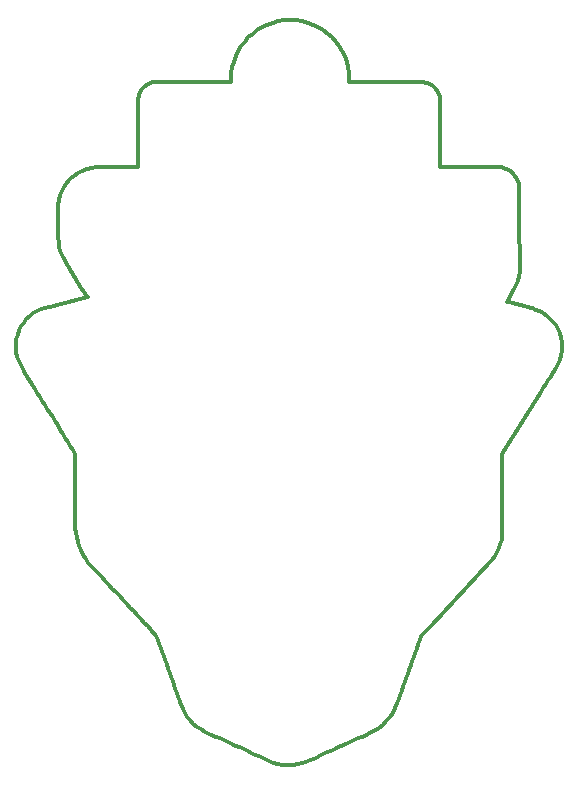
<source format=gbr>
%TF.GenerationSoftware,KiCad,Pcbnew,8.0.1*%
%TF.CreationDate,2024-05-14T10:47:47-06:00*%
%TF.ProjectId,Badge Balam,42616467-6520-4426-916c-616d2e6b6963,rev?*%
%TF.SameCoordinates,Original*%
%TF.FileFunction,Profile,NP*%
%FSLAX46Y46*%
G04 Gerber Fmt 4.6, Leading zero omitted, Abs format (unit mm)*
G04 Created by KiCad (PCBNEW 8.0.1) date 2024-05-14 10:47:47*
%MOMM*%
%LPD*%
G01*
G04 APERTURE LIST*
%ADD10C,0.350000*%
%TA.AperFunction,Profile*%
%ADD11C,0.350000*%
%TD*%
G04 APERTURE END LIST*
D10*
X133857234Y-92044759D02*
X134168315Y-92368811D01*
X134478312Y-92692529D01*
X134787184Y-93015870D01*
X135094890Y-93338790D01*
X135401385Y-93661246D01*
X135706630Y-93983194D01*
X136010582Y-94304591D01*
X136313199Y-94625393D01*
X136614440Y-94945558D01*
X136914262Y-95265041D01*
X137212623Y-95583800D01*
X137509482Y-95901790D01*
X137804797Y-96218969D01*
X138098525Y-96535293D01*
X138390626Y-96850719D01*
X138681057Y-97165204D01*
X154353830Y-107194566D02*
X154759137Y-107006839D01*
X155145211Y-106828928D01*
X155513715Y-106660084D01*
X155866313Y-106499560D01*
X156204667Y-106346611D01*
X156530441Y-106200488D01*
X156922502Y-106026298D01*
X157150903Y-105925737D01*
D11*
X168423255Y-88744702D02*
X168423255Y-82303062D01*
D10*
X141146367Y-103340193D02*
X141188398Y-103459738D01*
X129724498Y-69893828D02*
X129360156Y-70011836D01*
X129014926Y-70168945D01*
X128691579Y-70362785D01*
X128392882Y-70590986D01*
X128121606Y-70851177D01*
X127880521Y-71140990D01*
X127672396Y-71458054D01*
X127500000Y-71800000D01*
X159516995Y-103391870D02*
X159533876Y-103345361D01*
X169414754Y-68330788D02*
X169596861Y-67975955D01*
X169735057Y-67603726D01*
X169828261Y-67218169D01*
X169875391Y-66823351D01*
X169881220Y-66595149D01*
D11*
X132275936Y-82272745D02*
X132275936Y-84022165D01*
X169881220Y-66595149D02*
X169842979Y-62347454D01*
X137538836Y-57962085D02*
X134407933Y-57962085D01*
X172544623Y-75661607D02*
X172975260Y-74965698D01*
D10*
X132767895Y-68212277D02*
X132963232Y-68512345D01*
X167319102Y-91534196D02*
X167568326Y-91245902D01*
X167788119Y-90934587D01*
X167977310Y-90603135D01*
X168134728Y-90254428D01*
X168259202Y-89891349D01*
X168349562Y-89516780D01*
X168404636Y-89133603D01*
X168423255Y-88744702D01*
X145457904Y-50537624D02*
X145468670Y-50749799D01*
D11*
X127956130Y-75325366D02*
X128818438Y-76724419D01*
X166213141Y-57962085D02*
X163160097Y-57962085D01*
D10*
X155457897Y-50537624D02*
X155432083Y-50026400D01*
X155356316Y-49529944D01*
X155233110Y-49050769D01*
X155064978Y-48591389D01*
X154854433Y-48154316D01*
X154603988Y-47742064D01*
X154316156Y-47357146D01*
X153993451Y-47002075D01*
X153638385Y-46679365D01*
X153253473Y-46391529D01*
X152841226Y-46141080D01*
X152404159Y-45930531D01*
X151944783Y-45762396D01*
X151465614Y-45639188D01*
X150969163Y-45563420D01*
X150457944Y-45537606D01*
X152933073Y-107832942D02*
X153269163Y-107680092D01*
X153606416Y-107527405D01*
X153945220Y-107375557D01*
X154285962Y-107225227D01*
X162401573Y-96799680D02*
X162438436Y-96760405D01*
D11*
X138681057Y-97165204D02*
X139130298Y-97645106D01*
D10*
X169016156Y-69420472D02*
X168802560Y-69366320D01*
X170820697Y-69890039D02*
X170589876Y-69822170D01*
X131059128Y-65232614D02*
X131203613Y-65554366D01*
X131372937Y-65863733D01*
X131404671Y-65917155D01*
X150457944Y-45537606D02*
X149946723Y-45563420D01*
X149450269Y-45639188D01*
X148971095Y-45762396D01*
X148511714Y-45930531D01*
X148074640Y-46141080D01*
X147662386Y-46391529D01*
X147277466Y-46679365D01*
X146922392Y-47002075D01*
X146599679Y-47357146D01*
X146311839Y-47742064D01*
X146061387Y-48154316D01*
X145850835Y-48591389D01*
X145682698Y-49050769D01*
X145559488Y-49529944D01*
X145483718Y-50026400D01*
X145457904Y-50537624D01*
D11*
X163160097Y-57962085D02*
X163160097Y-52427259D01*
D10*
X133323374Y-68980146D02*
X132970096Y-69069484D01*
X132616854Y-69158436D01*
X132295917Y-69238227D01*
D11*
X168065913Y-57962085D02*
X166783993Y-57962085D01*
X132295917Y-69238227D02*
X131730921Y-69379820D01*
D10*
X172513962Y-75710527D02*
X172544623Y-75661607D01*
X154285962Y-107225227D02*
X154353830Y-107194566D01*
X171698852Y-77011396D02*
X171898737Y-76684692D01*
X172100335Y-76360961D01*
X172304968Y-76037230D01*
X172513962Y-75710527D01*
X127717730Y-74901619D02*
X127886270Y-75210971D01*
X127956130Y-75325366D01*
X133825195Y-92011341D02*
X133857234Y-92044759D01*
X131042247Y-69554142D02*
X130694958Y-69643559D01*
X130486553Y-69695046D01*
X143436322Y-105879918D02*
X143784169Y-106037595D01*
X144130853Y-106194110D01*
X144476762Y-106349850D01*
X144822284Y-106505203D01*
D11*
X170976416Y-69942404D02*
X170820697Y-69890039D01*
D10*
X132259744Y-88057750D02*
X132259399Y-88098402D01*
X132259399Y-88098402D02*
X132272930Y-88516032D01*
X132313619Y-88922120D01*
X132381610Y-89317024D01*
X132477045Y-89701102D01*
X132600068Y-90074710D01*
X132750820Y-90438207D01*
X132929447Y-90791950D01*
X133136089Y-91136297D01*
X133370892Y-91471606D01*
X133633997Y-91798234D01*
X133825195Y-92011341D01*
D11*
X168802560Y-69366320D02*
X169414754Y-68330788D01*
D10*
X128818438Y-76724419D02*
X129034570Y-77072878D01*
X129250695Y-77421026D01*
X129466813Y-77768879D01*
X129682925Y-78116458D01*
X129899030Y-78463780D01*
X130115130Y-78810864D01*
X130331225Y-79157730D01*
X130547316Y-79504395D01*
X130763402Y-79850879D01*
X130979485Y-80197199D01*
X131195564Y-80543375D01*
X131411642Y-80889426D01*
X131627717Y-81235369D01*
X131843790Y-81581224D01*
X132059863Y-81927010D01*
X132275936Y-82272745D01*
X131730921Y-69379820D02*
X131386713Y-69465043D01*
X131042247Y-69554142D01*
X150341327Y-108616013D02*
X150710460Y-108603585D01*
X151087905Y-108554958D01*
X151468623Y-108464812D01*
X151814714Y-108343213D01*
X152104183Y-108208802D01*
D11*
X170589876Y-69822170D02*
X169016156Y-69420472D01*
X141087112Y-103162082D02*
X141146367Y-103340193D01*
D10*
X161544433Y-97702295D02*
X161796558Y-97432614D01*
X162054499Y-97161357D01*
X162313777Y-96890983D01*
X162365400Y-96837231D01*
X144822284Y-106505203D02*
X145154488Y-106654612D01*
X145487790Y-106804667D01*
X145823289Y-106956144D01*
X146162082Y-107109817D01*
D11*
X130420407Y-69711583D02*
X129724498Y-69893828D01*
X161482680Y-50749799D02*
X155447217Y-50749799D01*
D10*
X157150903Y-105925737D02*
X157556583Y-105721946D01*
X157932934Y-105483650D01*
X158278917Y-105211966D01*
X158593494Y-104908013D01*
X158875627Y-104572908D01*
X159124280Y-104207770D01*
X159338415Y-103813718D01*
X159516995Y-103391870D01*
X139130298Y-97645106D02*
X139257546Y-97992838D01*
X139384253Y-98341114D01*
X139510393Y-98689733D01*
X139635940Y-99038496D01*
X139760870Y-99387202D01*
X139885157Y-99735651D01*
X140008775Y-100083645D01*
X140131700Y-100430982D01*
X140253907Y-100777463D01*
X140375369Y-101122889D01*
X140496063Y-101467059D01*
X140615962Y-101809774D01*
X140735042Y-102150833D01*
X140853277Y-102490038D01*
X140970642Y-102827187D01*
X141087112Y-103162082D01*
X155447217Y-50749799D02*
X155457897Y-50537624D01*
D11*
X137538836Y-52427259D02*
X137538836Y-57962085D01*
D10*
X163160097Y-52427259D02*
X163107291Y-52008037D01*
X162957653Y-51627684D01*
X162724355Y-51299375D01*
X162420566Y-51036284D01*
X162059456Y-50851587D01*
X161654196Y-50758459D01*
X161482680Y-50749799D01*
X131737123Y-59094832D02*
X131511542Y-59368032D01*
X131312179Y-59667272D01*
X131123464Y-60031166D01*
X130993385Y-60368572D01*
X130892794Y-60746911D01*
X130831767Y-61165986D01*
X130820383Y-61625599D01*
X134386401Y-57962085D02*
X134007043Y-57979976D01*
X133655721Y-58030367D01*
X133230343Y-58139596D01*
X132853465Y-58286169D01*
X132524319Y-58458411D01*
X132178841Y-58692023D01*
X131905247Y-58924695D01*
X131737123Y-59094832D01*
X141188398Y-103459738D02*
X141346264Y-103830635D01*
X141532912Y-104179122D01*
X141748119Y-104504944D01*
X141991664Y-104807847D01*
X142263324Y-105087576D01*
X142562877Y-105343877D01*
X142890101Y-105576495D01*
X143244775Y-105785178D01*
X173276361Y-72060104D02*
X173128043Y-71713275D01*
X172943645Y-71388321D01*
X172725650Y-71087670D01*
X172476539Y-70813754D01*
X172198796Y-70569003D01*
X171894905Y-70355847D01*
X171567347Y-70176717D01*
X171218606Y-70034044D01*
X172975260Y-74965698D02*
X173157422Y-74630123D01*
X173299034Y-74279494D01*
X173399725Y-73917391D01*
X173459123Y-73547395D01*
X173476857Y-73173087D01*
X173452556Y-72798049D01*
X173385847Y-72425861D01*
X173276361Y-72060104D01*
X166783993Y-57962085D02*
X166426668Y-57950752D01*
X166213141Y-57962085D01*
D11*
X169842979Y-62347454D02*
X169842979Y-59739129D01*
X168423255Y-82303062D02*
X171698852Y-77011396D01*
X145468670Y-50749799D02*
X139216339Y-50749799D01*
D10*
X130820383Y-63990657D02*
X130839503Y-64348175D01*
X130896495Y-64700788D01*
X130990808Y-65045552D01*
X131059128Y-65232614D01*
X132275936Y-84022165D02*
X132275922Y-84396233D01*
X132275829Y-84772296D01*
X132275575Y-85149969D01*
X132275082Y-85528867D01*
X132274268Y-85908606D01*
X132273054Y-86288800D01*
X132271359Y-86669065D01*
X132269105Y-87049015D01*
X132266209Y-87428265D01*
X132262594Y-87806431D01*
X132259744Y-88057750D01*
X130486553Y-69695046D02*
X130420407Y-69711583D01*
D11*
X134407933Y-57962085D02*
X134386401Y-57962085D01*
D10*
X152104183Y-108208802D02*
X152440669Y-108056888D01*
X152777498Y-107903822D01*
X152933073Y-107832942D01*
X159533876Y-103345361D02*
X159655892Y-102999016D01*
X159779204Y-102649543D01*
X159903638Y-102297431D01*
X160029021Y-101943169D01*
X160155180Y-101587245D01*
X160281940Y-101230149D01*
X160409128Y-100872370D01*
X160536570Y-100514396D01*
X160664093Y-100156717D01*
X160791523Y-99799822D01*
X160918687Y-99444200D01*
X161045410Y-99090339D01*
X161171520Y-98738730D01*
X161296843Y-98389859D01*
X161421205Y-98044218D01*
X161544433Y-97702295D01*
D11*
X162438436Y-96760405D02*
X167319102Y-91534196D01*
D10*
X147162193Y-107566292D02*
X147496950Y-107719702D01*
X147832595Y-107873076D01*
X148169321Y-108025980D01*
X148507324Y-108177981D01*
X148701117Y-108264268D01*
X139216339Y-50749799D02*
X138797100Y-50802610D01*
X138416735Y-50952260D01*
X138088418Y-51185575D01*
X137825323Y-51489378D01*
X137640624Y-51850494D01*
X137547496Y-52255749D01*
X137538836Y-52427259D01*
X146162082Y-107109817D02*
X146505581Y-107265595D01*
X146849256Y-107422741D01*
X147162193Y-107566292D01*
X169842979Y-59739129D02*
X169806874Y-59380990D01*
X169667736Y-58968703D01*
X169437175Y-58608760D01*
X169129148Y-58315118D01*
X168757616Y-58101732D01*
X168336536Y-57982560D01*
X168065913Y-57962085D01*
X132963232Y-68512345D02*
X133168271Y-68799161D01*
X133323374Y-68980146D01*
D11*
X131404671Y-65917155D02*
X132767895Y-68212277D01*
X127623334Y-74726608D02*
X127717730Y-74901619D01*
D10*
X127500000Y-71800000D02*
X127367585Y-72159354D01*
X127277715Y-72527808D01*
X127230236Y-72901737D01*
X127224995Y-73277515D01*
X127261837Y-73651516D01*
X127340610Y-74020116D01*
X127461160Y-74379688D01*
X127623334Y-74726608D01*
D11*
X162365400Y-96837231D02*
X162401573Y-96799680D01*
D10*
X148701117Y-108264268D02*
X149039749Y-108400956D01*
X149390397Y-108504337D01*
X149752215Y-108574235D01*
X150124360Y-108610479D01*
X150341327Y-108616013D01*
D11*
X130820383Y-61625599D02*
X130820383Y-63990657D01*
D10*
X143244775Y-105785178D02*
X143436322Y-105879918D01*
X171218606Y-70034044D02*
X170976416Y-69942404D01*
M02*

</source>
